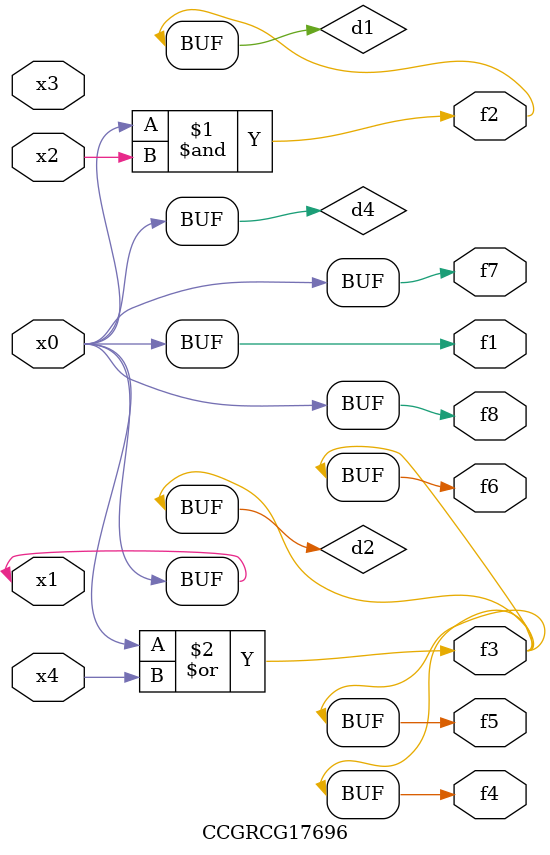
<source format=v>
module CCGRCG17696(
	input x0, x1, x2, x3, x4,
	output f1, f2, f3, f4, f5, f6, f7, f8
);

	wire d1, d2, d3, d4;

	and (d1, x0, x2);
	or (d2, x0, x4);
	nand (d3, x0, x2);
	buf (d4, x0, x1);
	assign f1 = d4;
	assign f2 = d1;
	assign f3 = d2;
	assign f4 = d2;
	assign f5 = d2;
	assign f6 = d2;
	assign f7 = d4;
	assign f8 = d4;
endmodule

</source>
